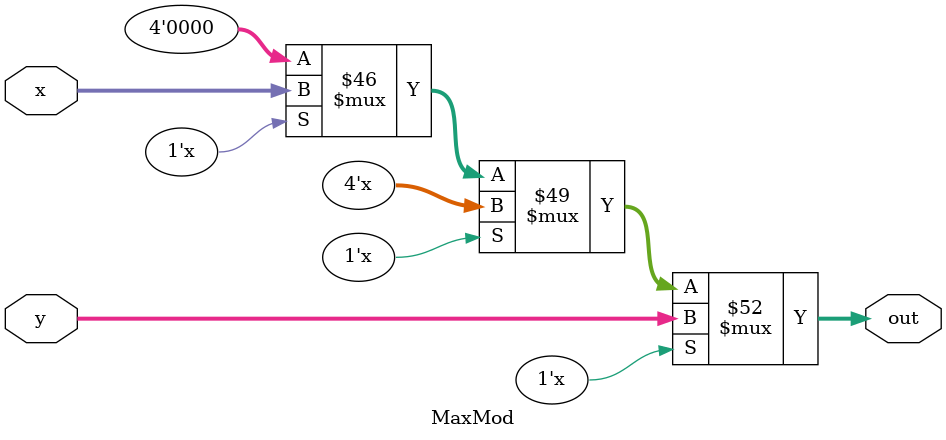
<source format=v>


module Equalmod(
	input [3:0] x,
	input [3:0] y,
	//output [3:0] out
	output out
	);
	
	reg equal;
	
	always @(x | y)
	begin
		if (x==y)
		begin
			equal =1;
		end
		else 
		begin
			equal =0;
		end
	end
	//assign out[0]=equal;
	assign out = equal;
endmodule 



module GreaterMod(
	input [3:0] x,
	input [3:0] y,
	output [3:0] out
	);
	
	reg equal;
	always @(x or y)
	begin
		if (x>y)
		begin
			equal = 1;
		end
		else 
		begin
			equal = 0;
		end
	end
	assign out[0]=equal;
endmodule 

module LessThanMod(
	input [3:0] x,
	input [3:0] y,
	output [3:0] out
	);
	
	reg equal;
	always @(x | y)
	begin
		if (x<y)
		begin
			equal =1;
		end
		else 
		begin
			equal =0;
		end
	end
	assign out[0]=equal;
endmodule 



module MaxMod(
	input [3:0] x,
	input [3:0] y,
	output reg [3:0] out
	//output out
	);
	//reg [3:0] truth;
	reg truth;
	//wire [3:0] equal;
	//reg [3:0] equal;
	reg equal;
	
	always @(*)
	begin
		case(x)
//			4'b0000 : assign truth = y[3] | y[2] | y[1] | y[0];
//			4'b0001 : assign truth = y[3] | y[2] | y[1];
//			4'b0010 : assign truth = y[3] | y[2] | (y[1]&y[0]);
//			4'b0011 : assign truth = y[3] | y[2];
//			4'b0100 : assign truth = y[3] | (y[2]&y[1]) | (y[2]&y[0]);
//			4'b0101 : assign truth = y[3] | (y[2]&y[1]);
//			4'b0110 : assign truth = y[3] | (y[2]&y[1]&y[0]);
//			4'b0111 : assign truth = y[3];
//			4'b1000 : assign truth = (y[3] & y[2]) | (y[3]&y[1]) | (y[3]&y[0]);
//			4'b1001 : assign truth = (y[3] & y[2]) | (y[3]&y[1]);
//			4'b1010 : assign truth = (y[3] & y[2]) | (y[3]&y[1]&y[0]);
//			4'b1011 : assign truth = (y[3] & y[2]);
//			4'b1100 : assign truth = (y[3] & y[2] & y[0]) | (y[3]&y[2]&y[1]);
//			4'b1101 : assign truth = (y[3] & y[2] & y[1]);
//			4'b1110 : assign truth = (y[3] & y[2] & y[1] & y[0]);
//			4'b1111 : assign truth = 0;


			4'b0000 : truth <= y[3] | y[2] | y[1] | y[0];
			4'b0001 : truth <= y[3] | y[2] | y[1];
			4'b0010 : truth <= y[3] | y[2] | (y[1]&y[0]);
			4'b0011 : truth <= y[3] | y[2];
			4'b0100 : truth <= y[3] | (y[2]&y[1]) | (y[2]&y[0]);
			4'b0101 : truth <= y[3] | (y[2]&y[1]);
			4'b0110 : truth <= y[3] | (y[2]&y[1]&y[0]);
			4'b0111 : truth <= y[3];
			4'b1000 : truth <= (y[3] & y[2]) | (y[3]&y[1]) | (y[3]&y[0]);
			4'b1001 : truth <= (y[3] & y[2]) | (y[3]&y[1]);
			4'b1010 : truth <= (y[3] & y[2]) | (y[3]&y[1]&y[0]);
			4'b1011 : truth <= (y[3] & y[2]);
			4'b1100 : truth <= (y[3] & y[2] & y[0]) | (y[3]&y[2]&y[1]);
			4'b1101 : truth <= (y[3] & y[2] & y[1]);
			4'b1110 : truth <= (y[3] & y[2] & y[1] & y[0]);
			4'b1111 : truth <= 0;
		endcase
	//end 
	
	//Equal (x,y, equal);
		
//	if(equal == 1)
//		begin
//			//assign out[0]=0;
//			//assign out = 0;
//			out = 4'b0000;
//		end	
//	else if (truth == 1)
//		begin
//			assign out = y;
//		end	
//	else
//		begin
//			assign out = x;
//		end
//	end
	
	if(truth == 1)
		begin 
			out = y;
		end
	else if(truth == 0)
		begin
			out = x;
		end
	else
		begin 
			out = 0;
		end 
end
endmodule 

</source>
